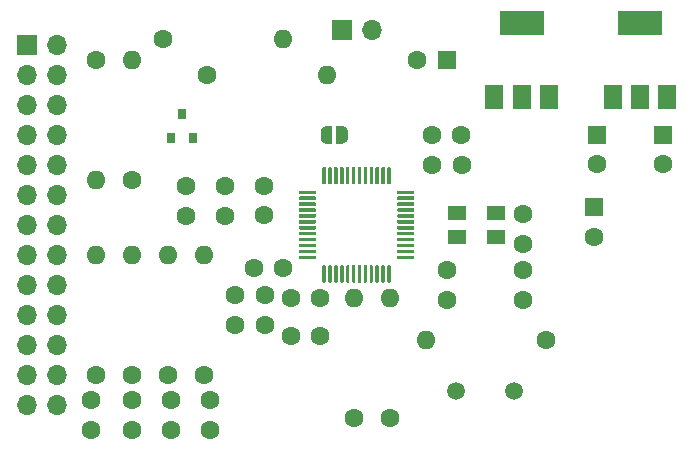
<source format=gbr>
G04 #@! TF.GenerationSoftware,KiCad,Pcbnew,(5.1.6)-1*
G04 #@! TF.CreationDate,2020-12-31T21:45:04+08:00*
G04 #@! TF.ProjectId,vs1053-waveblaster-se,76733130-3533-42d7-9761-7665626c6173,C*
G04 #@! TF.SameCoordinates,Original*
G04 #@! TF.FileFunction,Soldermask,Top*
G04 #@! TF.FilePolarity,Negative*
%FSLAX46Y46*%
G04 Gerber Fmt 4.6, Leading zero omitted, Abs format (unit mm)*
G04 Created by KiCad (PCBNEW (5.1.6)-1) date 2020-12-31 21:45:04*
%MOMM*%
%LPD*%
G01*
G04 APERTURE LIST*
%ADD10O,1.700000X1.700000*%
%ADD11R,1.700000X1.700000*%
%ADD12O,1.600000X1.600000*%
%ADD13C,1.600000*%
%ADD14R,1.600000X1.600000*%
%ADD15C,0.100000*%
%ADD16R,0.800000X0.900000*%
%ADD17R,1.500000X2.000000*%
%ADD18R,3.800000X2.000000*%
%ADD19R,1.600000X1.300000*%
%ADD20C,1.500000*%
G04 APERTURE END LIST*
G04 #@! TO.C,U3*
G36*
G01*
X143375000Y-105230000D02*
X143225000Y-105230000D01*
G75*
G02*
X143150000Y-105155000I0J75000D01*
G01*
X143150000Y-103830000D01*
G75*
G02*
X143225000Y-103755000I75000J0D01*
G01*
X143375000Y-103755000D01*
G75*
G02*
X143450000Y-103830000I0J-75000D01*
G01*
X143450000Y-105155000D01*
G75*
G02*
X143375000Y-105230000I-75000J0D01*
G01*
G37*
G36*
G01*
X143875000Y-105230000D02*
X143725000Y-105230000D01*
G75*
G02*
X143650000Y-105155000I0J75000D01*
G01*
X143650000Y-103830000D01*
G75*
G02*
X143725000Y-103755000I75000J0D01*
G01*
X143875000Y-103755000D01*
G75*
G02*
X143950000Y-103830000I0J-75000D01*
G01*
X143950000Y-105155000D01*
G75*
G02*
X143875000Y-105230000I-75000J0D01*
G01*
G37*
G36*
G01*
X144375000Y-105230000D02*
X144225000Y-105230000D01*
G75*
G02*
X144150000Y-105155000I0J75000D01*
G01*
X144150000Y-103830000D01*
G75*
G02*
X144225000Y-103755000I75000J0D01*
G01*
X144375000Y-103755000D01*
G75*
G02*
X144450000Y-103830000I0J-75000D01*
G01*
X144450000Y-105155000D01*
G75*
G02*
X144375000Y-105230000I-75000J0D01*
G01*
G37*
G36*
G01*
X144875000Y-105230000D02*
X144725000Y-105230000D01*
G75*
G02*
X144650000Y-105155000I0J75000D01*
G01*
X144650000Y-103830000D01*
G75*
G02*
X144725000Y-103755000I75000J0D01*
G01*
X144875000Y-103755000D01*
G75*
G02*
X144950000Y-103830000I0J-75000D01*
G01*
X144950000Y-105155000D01*
G75*
G02*
X144875000Y-105230000I-75000J0D01*
G01*
G37*
G36*
G01*
X145375000Y-105230000D02*
X145225000Y-105230000D01*
G75*
G02*
X145150000Y-105155000I0J75000D01*
G01*
X145150000Y-103830000D01*
G75*
G02*
X145225000Y-103755000I75000J0D01*
G01*
X145375000Y-103755000D01*
G75*
G02*
X145450000Y-103830000I0J-75000D01*
G01*
X145450000Y-105155000D01*
G75*
G02*
X145375000Y-105230000I-75000J0D01*
G01*
G37*
G36*
G01*
X145875000Y-105230000D02*
X145725000Y-105230000D01*
G75*
G02*
X145650000Y-105155000I0J75000D01*
G01*
X145650000Y-103830000D01*
G75*
G02*
X145725000Y-103755000I75000J0D01*
G01*
X145875000Y-103755000D01*
G75*
G02*
X145950000Y-103830000I0J-75000D01*
G01*
X145950000Y-105155000D01*
G75*
G02*
X145875000Y-105230000I-75000J0D01*
G01*
G37*
G36*
G01*
X146375000Y-105230000D02*
X146225000Y-105230000D01*
G75*
G02*
X146150000Y-105155000I0J75000D01*
G01*
X146150000Y-103830000D01*
G75*
G02*
X146225000Y-103755000I75000J0D01*
G01*
X146375000Y-103755000D01*
G75*
G02*
X146450000Y-103830000I0J-75000D01*
G01*
X146450000Y-105155000D01*
G75*
G02*
X146375000Y-105230000I-75000J0D01*
G01*
G37*
G36*
G01*
X146875000Y-105230000D02*
X146725000Y-105230000D01*
G75*
G02*
X146650000Y-105155000I0J75000D01*
G01*
X146650000Y-103830000D01*
G75*
G02*
X146725000Y-103755000I75000J0D01*
G01*
X146875000Y-103755000D01*
G75*
G02*
X146950000Y-103830000I0J-75000D01*
G01*
X146950000Y-105155000D01*
G75*
G02*
X146875000Y-105230000I-75000J0D01*
G01*
G37*
G36*
G01*
X147375000Y-105230000D02*
X147225000Y-105230000D01*
G75*
G02*
X147150000Y-105155000I0J75000D01*
G01*
X147150000Y-103830000D01*
G75*
G02*
X147225000Y-103755000I75000J0D01*
G01*
X147375000Y-103755000D01*
G75*
G02*
X147450000Y-103830000I0J-75000D01*
G01*
X147450000Y-105155000D01*
G75*
G02*
X147375000Y-105230000I-75000J0D01*
G01*
G37*
G36*
G01*
X147875000Y-105230000D02*
X147725000Y-105230000D01*
G75*
G02*
X147650000Y-105155000I0J75000D01*
G01*
X147650000Y-103830000D01*
G75*
G02*
X147725000Y-103755000I75000J0D01*
G01*
X147875000Y-103755000D01*
G75*
G02*
X147950000Y-103830000I0J-75000D01*
G01*
X147950000Y-105155000D01*
G75*
G02*
X147875000Y-105230000I-75000J0D01*
G01*
G37*
G36*
G01*
X148375000Y-105230000D02*
X148225000Y-105230000D01*
G75*
G02*
X148150000Y-105155000I0J75000D01*
G01*
X148150000Y-103830000D01*
G75*
G02*
X148225000Y-103755000I75000J0D01*
G01*
X148375000Y-103755000D01*
G75*
G02*
X148450000Y-103830000I0J-75000D01*
G01*
X148450000Y-105155000D01*
G75*
G02*
X148375000Y-105230000I-75000J0D01*
G01*
G37*
G36*
G01*
X148875000Y-105230000D02*
X148725000Y-105230000D01*
G75*
G02*
X148650000Y-105155000I0J75000D01*
G01*
X148650000Y-103830000D01*
G75*
G02*
X148725000Y-103755000I75000J0D01*
G01*
X148875000Y-103755000D01*
G75*
G02*
X148950000Y-103830000I0J-75000D01*
G01*
X148950000Y-105155000D01*
G75*
G02*
X148875000Y-105230000I-75000J0D01*
G01*
G37*
G36*
G01*
X150875000Y-103230000D02*
X149550000Y-103230000D01*
G75*
G02*
X149475000Y-103155000I0J75000D01*
G01*
X149475000Y-103005000D01*
G75*
G02*
X149550000Y-102930000I75000J0D01*
G01*
X150875000Y-102930000D01*
G75*
G02*
X150950000Y-103005000I0J-75000D01*
G01*
X150950000Y-103155000D01*
G75*
G02*
X150875000Y-103230000I-75000J0D01*
G01*
G37*
G36*
G01*
X150875000Y-102730000D02*
X149550000Y-102730000D01*
G75*
G02*
X149475000Y-102655000I0J75000D01*
G01*
X149475000Y-102505000D01*
G75*
G02*
X149550000Y-102430000I75000J0D01*
G01*
X150875000Y-102430000D01*
G75*
G02*
X150950000Y-102505000I0J-75000D01*
G01*
X150950000Y-102655000D01*
G75*
G02*
X150875000Y-102730000I-75000J0D01*
G01*
G37*
G36*
G01*
X150875000Y-102230000D02*
X149550000Y-102230000D01*
G75*
G02*
X149475000Y-102155000I0J75000D01*
G01*
X149475000Y-102005000D01*
G75*
G02*
X149550000Y-101930000I75000J0D01*
G01*
X150875000Y-101930000D01*
G75*
G02*
X150950000Y-102005000I0J-75000D01*
G01*
X150950000Y-102155000D01*
G75*
G02*
X150875000Y-102230000I-75000J0D01*
G01*
G37*
G36*
G01*
X150875000Y-101730000D02*
X149550000Y-101730000D01*
G75*
G02*
X149475000Y-101655000I0J75000D01*
G01*
X149475000Y-101505000D01*
G75*
G02*
X149550000Y-101430000I75000J0D01*
G01*
X150875000Y-101430000D01*
G75*
G02*
X150950000Y-101505000I0J-75000D01*
G01*
X150950000Y-101655000D01*
G75*
G02*
X150875000Y-101730000I-75000J0D01*
G01*
G37*
G36*
G01*
X150875000Y-101230000D02*
X149550000Y-101230000D01*
G75*
G02*
X149475000Y-101155000I0J75000D01*
G01*
X149475000Y-101005000D01*
G75*
G02*
X149550000Y-100930000I75000J0D01*
G01*
X150875000Y-100930000D01*
G75*
G02*
X150950000Y-101005000I0J-75000D01*
G01*
X150950000Y-101155000D01*
G75*
G02*
X150875000Y-101230000I-75000J0D01*
G01*
G37*
G36*
G01*
X150875000Y-100730000D02*
X149550000Y-100730000D01*
G75*
G02*
X149475000Y-100655000I0J75000D01*
G01*
X149475000Y-100505000D01*
G75*
G02*
X149550000Y-100430000I75000J0D01*
G01*
X150875000Y-100430000D01*
G75*
G02*
X150950000Y-100505000I0J-75000D01*
G01*
X150950000Y-100655000D01*
G75*
G02*
X150875000Y-100730000I-75000J0D01*
G01*
G37*
G36*
G01*
X150875000Y-100230000D02*
X149550000Y-100230000D01*
G75*
G02*
X149475000Y-100155000I0J75000D01*
G01*
X149475000Y-100005000D01*
G75*
G02*
X149550000Y-99930000I75000J0D01*
G01*
X150875000Y-99930000D01*
G75*
G02*
X150950000Y-100005000I0J-75000D01*
G01*
X150950000Y-100155000D01*
G75*
G02*
X150875000Y-100230000I-75000J0D01*
G01*
G37*
G36*
G01*
X150875000Y-99730000D02*
X149550000Y-99730000D01*
G75*
G02*
X149475000Y-99655000I0J75000D01*
G01*
X149475000Y-99505000D01*
G75*
G02*
X149550000Y-99430000I75000J0D01*
G01*
X150875000Y-99430000D01*
G75*
G02*
X150950000Y-99505000I0J-75000D01*
G01*
X150950000Y-99655000D01*
G75*
G02*
X150875000Y-99730000I-75000J0D01*
G01*
G37*
G36*
G01*
X150875000Y-99230000D02*
X149550000Y-99230000D01*
G75*
G02*
X149475000Y-99155000I0J75000D01*
G01*
X149475000Y-99005000D01*
G75*
G02*
X149550000Y-98930000I75000J0D01*
G01*
X150875000Y-98930000D01*
G75*
G02*
X150950000Y-99005000I0J-75000D01*
G01*
X150950000Y-99155000D01*
G75*
G02*
X150875000Y-99230000I-75000J0D01*
G01*
G37*
G36*
G01*
X150875000Y-98730000D02*
X149550000Y-98730000D01*
G75*
G02*
X149475000Y-98655000I0J75000D01*
G01*
X149475000Y-98505000D01*
G75*
G02*
X149550000Y-98430000I75000J0D01*
G01*
X150875000Y-98430000D01*
G75*
G02*
X150950000Y-98505000I0J-75000D01*
G01*
X150950000Y-98655000D01*
G75*
G02*
X150875000Y-98730000I-75000J0D01*
G01*
G37*
G36*
G01*
X150875000Y-98230000D02*
X149550000Y-98230000D01*
G75*
G02*
X149475000Y-98155000I0J75000D01*
G01*
X149475000Y-98005000D01*
G75*
G02*
X149550000Y-97930000I75000J0D01*
G01*
X150875000Y-97930000D01*
G75*
G02*
X150950000Y-98005000I0J-75000D01*
G01*
X150950000Y-98155000D01*
G75*
G02*
X150875000Y-98230000I-75000J0D01*
G01*
G37*
G36*
G01*
X150875000Y-97730000D02*
X149550000Y-97730000D01*
G75*
G02*
X149475000Y-97655000I0J75000D01*
G01*
X149475000Y-97505000D01*
G75*
G02*
X149550000Y-97430000I75000J0D01*
G01*
X150875000Y-97430000D01*
G75*
G02*
X150950000Y-97505000I0J-75000D01*
G01*
X150950000Y-97655000D01*
G75*
G02*
X150875000Y-97730000I-75000J0D01*
G01*
G37*
G36*
G01*
X148875000Y-96905000D02*
X148725000Y-96905000D01*
G75*
G02*
X148650000Y-96830000I0J75000D01*
G01*
X148650000Y-95505000D01*
G75*
G02*
X148725000Y-95430000I75000J0D01*
G01*
X148875000Y-95430000D01*
G75*
G02*
X148950000Y-95505000I0J-75000D01*
G01*
X148950000Y-96830000D01*
G75*
G02*
X148875000Y-96905000I-75000J0D01*
G01*
G37*
G36*
G01*
X148375000Y-96905000D02*
X148225000Y-96905000D01*
G75*
G02*
X148150000Y-96830000I0J75000D01*
G01*
X148150000Y-95505000D01*
G75*
G02*
X148225000Y-95430000I75000J0D01*
G01*
X148375000Y-95430000D01*
G75*
G02*
X148450000Y-95505000I0J-75000D01*
G01*
X148450000Y-96830000D01*
G75*
G02*
X148375000Y-96905000I-75000J0D01*
G01*
G37*
G36*
G01*
X147875000Y-96905000D02*
X147725000Y-96905000D01*
G75*
G02*
X147650000Y-96830000I0J75000D01*
G01*
X147650000Y-95505000D01*
G75*
G02*
X147725000Y-95430000I75000J0D01*
G01*
X147875000Y-95430000D01*
G75*
G02*
X147950000Y-95505000I0J-75000D01*
G01*
X147950000Y-96830000D01*
G75*
G02*
X147875000Y-96905000I-75000J0D01*
G01*
G37*
G36*
G01*
X147375000Y-96905000D02*
X147225000Y-96905000D01*
G75*
G02*
X147150000Y-96830000I0J75000D01*
G01*
X147150000Y-95505000D01*
G75*
G02*
X147225000Y-95430000I75000J0D01*
G01*
X147375000Y-95430000D01*
G75*
G02*
X147450000Y-95505000I0J-75000D01*
G01*
X147450000Y-96830000D01*
G75*
G02*
X147375000Y-96905000I-75000J0D01*
G01*
G37*
G36*
G01*
X146875000Y-96905000D02*
X146725000Y-96905000D01*
G75*
G02*
X146650000Y-96830000I0J75000D01*
G01*
X146650000Y-95505000D01*
G75*
G02*
X146725000Y-95430000I75000J0D01*
G01*
X146875000Y-95430000D01*
G75*
G02*
X146950000Y-95505000I0J-75000D01*
G01*
X146950000Y-96830000D01*
G75*
G02*
X146875000Y-96905000I-75000J0D01*
G01*
G37*
G36*
G01*
X146375000Y-96905000D02*
X146225000Y-96905000D01*
G75*
G02*
X146150000Y-96830000I0J75000D01*
G01*
X146150000Y-95505000D01*
G75*
G02*
X146225000Y-95430000I75000J0D01*
G01*
X146375000Y-95430000D01*
G75*
G02*
X146450000Y-95505000I0J-75000D01*
G01*
X146450000Y-96830000D01*
G75*
G02*
X146375000Y-96905000I-75000J0D01*
G01*
G37*
G36*
G01*
X145875000Y-96905000D02*
X145725000Y-96905000D01*
G75*
G02*
X145650000Y-96830000I0J75000D01*
G01*
X145650000Y-95505000D01*
G75*
G02*
X145725000Y-95430000I75000J0D01*
G01*
X145875000Y-95430000D01*
G75*
G02*
X145950000Y-95505000I0J-75000D01*
G01*
X145950000Y-96830000D01*
G75*
G02*
X145875000Y-96905000I-75000J0D01*
G01*
G37*
G36*
G01*
X145375000Y-96905000D02*
X145225000Y-96905000D01*
G75*
G02*
X145150000Y-96830000I0J75000D01*
G01*
X145150000Y-95505000D01*
G75*
G02*
X145225000Y-95430000I75000J0D01*
G01*
X145375000Y-95430000D01*
G75*
G02*
X145450000Y-95505000I0J-75000D01*
G01*
X145450000Y-96830000D01*
G75*
G02*
X145375000Y-96905000I-75000J0D01*
G01*
G37*
G36*
G01*
X144875000Y-96905000D02*
X144725000Y-96905000D01*
G75*
G02*
X144650000Y-96830000I0J75000D01*
G01*
X144650000Y-95505000D01*
G75*
G02*
X144725000Y-95430000I75000J0D01*
G01*
X144875000Y-95430000D01*
G75*
G02*
X144950000Y-95505000I0J-75000D01*
G01*
X144950000Y-96830000D01*
G75*
G02*
X144875000Y-96905000I-75000J0D01*
G01*
G37*
G36*
G01*
X144375000Y-96905000D02*
X144225000Y-96905000D01*
G75*
G02*
X144150000Y-96830000I0J75000D01*
G01*
X144150000Y-95505000D01*
G75*
G02*
X144225000Y-95430000I75000J0D01*
G01*
X144375000Y-95430000D01*
G75*
G02*
X144450000Y-95505000I0J-75000D01*
G01*
X144450000Y-96830000D01*
G75*
G02*
X144375000Y-96905000I-75000J0D01*
G01*
G37*
G36*
G01*
X143875000Y-96905000D02*
X143725000Y-96905000D01*
G75*
G02*
X143650000Y-96830000I0J75000D01*
G01*
X143650000Y-95505000D01*
G75*
G02*
X143725000Y-95430000I75000J0D01*
G01*
X143875000Y-95430000D01*
G75*
G02*
X143950000Y-95505000I0J-75000D01*
G01*
X143950000Y-96830000D01*
G75*
G02*
X143875000Y-96905000I-75000J0D01*
G01*
G37*
G36*
G01*
X143375000Y-96905000D02*
X143225000Y-96905000D01*
G75*
G02*
X143150000Y-96830000I0J75000D01*
G01*
X143150000Y-95505000D01*
G75*
G02*
X143225000Y-95430000I75000J0D01*
G01*
X143375000Y-95430000D01*
G75*
G02*
X143450000Y-95505000I0J-75000D01*
G01*
X143450000Y-96830000D01*
G75*
G02*
X143375000Y-96905000I-75000J0D01*
G01*
G37*
G36*
G01*
X142550000Y-97730000D02*
X141225000Y-97730000D01*
G75*
G02*
X141150000Y-97655000I0J75000D01*
G01*
X141150000Y-97505000D01*
G75*
G02*
X141225000Y-97430000I75000J0D01*
G01*
X142550000Y-97430000D01*
G75*
G02*
X142625000Y-97505000I0J-75000D01*
G01*
X142625000Y-97655000D01*
G75*
G02*
X142550000Y-97730000I-75000J0D01*
G01*
G37*
G36*
G01*
X142550000Y-98230000D02*
X141225000Y-98230000D01*
G75*
G02*
X141150000Y-98155000I0J75000D01*
G01*
X141150000Y-98005000D01*
G75*
G02*
X141225000Y-97930000I75000J0D01*
G01*
X142550000Y-97930000D01*
G75*
G02*
X142625000Y-98005000I0J-75000D01*
G01*
X142625000Y-98155000D01*
G75*
G02*
X142550000Y-98230000I-75000J0D01*
G01*
G37*
G36*
G01*
X142550000Y-98730000D02*
X141225000Y-98730000D01*
G75*
G02*
X141150000Y-98655000I0J75000D01*
G01*
X141150000Y-98505000D01*
G75*
G02*
X141225000Y-98430000I75000J0D01*
G01*
X142550000Y-98430000D01*
G75*
G02*
X142625000Y-98505000I0J-75000D01*
G01*
X142625000Y-98655000D01*
G75*
G02*
X142550000Y-98730000I-75000J0D01*
G01*
G37*
G36*
G01*
X142550000Y-99230000D02*
X141225000Y-99230000D01*
G75*
G02*
X141150000Y-99155000I0J75000D01*
G01*
X141150000Y-99005000D01*
G75*
G02*
X141225000Y-98930000I75000J0D01*
G01*
X142550000Y-98930000D01*
G75*
G02*
X142625000Y-99005000I0J-75000D01*
G01*
X142625000Y-99155000D01*
G75*
G02*
X142550000Y-99230000I-75000J0D01*
G01*
G37*
G36*
G01*
X142550000Y-99730000D02*
X141225000Y-99730000D01*
G75*
G02*
X141150000Y-99655000I0J75000D01*
G01*
X141150000Y-99505000D01*
G75*
G02*
X141225000Y-99430000I75000J0D01*
G01*
X142550000Y-99430000D01*
G75*
G02*
X142625000Y-99505000I0J-75000D01*
G01*
X142625000Y-99655000D01*
G75*
G02*
X142550000Y-99730000I-75000J0D01*
G01*
G37*
G36*
G01*
X142550000Y-100230000D02*
X141225000Y-100230000D01*
G75*
G02*
X141150000Y-100155000I0J75000D01*
G01*
X141150000Y-100005000D01*
G75*
G02*
X141225000Y-99930000I75000J0D01*
G01*
X142550000Y-99930000D01*
G75*
G02*
X142625000Y-100005000I0J-75000D01*
G01*
X142625000Y-100155000D01*
G75*
G02*
X142550000Y-100230000I-75000J0D01*
G01*
G37*
G36*
G01*
X142550000Y-100730000D02*
X141225000Y-100730000D01*
G75*
G02*
X141150000Y-100655000I0J75000D01*
G01*
X141150000Y-100505000D01*
G75*
G02*
X141225000Y-100430000I75000J0D01*
G01*
X142550000Y-100430000D01*
G75*
G02*
X142625000Y-100505000I0J-75000D01*
G01*
X142625000Y-100655000D01*
G75*
G02*
X142550000Y-100730000I-75000J0D01*
G01*
G37*
G36*
G01*
X142550000Y-101230000D02*
X141225000Y-101230000D01*
G75*
G02*
X141150000Y-101155000I0J75000D01*
G01*
X141150000Y-101005000D01*
G75*
G02*
X141225000Y-100930000I75000J0D01*
G01*
X142550000Y-100930000D01*
G75*
G02*
X142625000Y-101005000I0J-75000D01*
G01*
X142625000Y-101155000D01*
G75*
G02*
X142550000Y-101230000I-75000J0D01*
G01*
G37*
G36*
G01*
X142550000Y-101730000D02*
X141225000Y-101730000D01*
G75*
G02*
X141150000Y-101655000I0J75000D01*
G01*
X141150000Y-101505000D01*
G75*
G02*
X141225000Y-101430000I75000J0D01*
G01*
X142550000Y-101430000D01*
G75*
G02*
X142625000Y-101505000I0J-75000D01*
G01*
X142625000Y-101655000D01*
G75*
G02*
X142550000Y-101730000I-75000J0D01*
G01*
G37*
G36*
G01*
X142550000Y-102230000D02*
X141225000Y-102230000D01*
G75*
G02*
X141150000Y-102155000I0J75000D01*
G01*
X141150000Y-102005000D01*
G75*
G02*
X141225000Y-101930000I75000J0D01*
G01*
X142550000Y-101930000D01*
G75*
G02*
X142625000Y-102005000I0J-75000D01*
G01*
X142625000Y-102155000D01*
G75*
G02*
X142550000Y-102230000I-75000J0D01*
G01*
G37*
G36*
G01*
X142550000Y-102730000D02*
X141225000Y-102730000D01*
G75*
G02*
X141150000Y-102655000I0J75000D01*
G01*
X141150000Y-102505000D01*
G75*
G02*
X141225000Y-102430000I75000J0D01*
G01*
X142550000Y-102430000D01*
G75*
G02*
X142625000Y-102505000I0J-75000D01*
G01*
X142625000Y-102655000D01*
G75*
G02*
X142550000Y-102730000I-75000J0D01*
G01*
G37*
G36*
G01*
X142550000Y-103230000D02*
X141225000Y-103230000D01*
G75*
G02*
X141150000Y-103155000I0J75000D01*
G01*
X141150000Y-103005000D01*
G75*
G02*
X141225000Y-102930000I75000J0D01*
G01*
X142550000Y-102930000D01*
G75*
G02*
X142625000Y-103005000I0J-75000D01*
G01*
X142625000Y-103155000D01*
G75*
G02*
X142550000Y-103230000I-75000J0D01*
G01*
G37*
G04 #@! TD*
D10*
G04 #@! TO.C,CON1*
X120650000Y-115570000D03*
X118110000Y-115570000D03*
X120650000Y-113030000D03*
X118110000Y-113030000D03*
X120650000Y-110490000D03*
X118110000Y-110490000D03*
X120650000Y-107950000D03*
X118110000Y-107950000D03*
X120650000Y-105410000D03*
X118110000Y-105410000D03*
X120650000Y-102870000D03*
X118110000Y-102870000D03*
X120650000Y-100330000D03*
X118110000Y-100330000D03*
X120650000Y-97790000D03*
X118110000Y-97790000D03*
X120650000Y-95250000D03*
X118110000Y-95250000D03*
X120650000Y-92710000D03*
X118110000Y-92710000D03*
X120650000Y-90170000D03*
X118110000Y-90170000D03*
X120650000Y-87630000D03*
X118110000Y-87630000D03*
X120650000Y-85090000D03*
D11*
X118110000Y-85090000D03*
G04 #@! TD*
D12*
G04 #@! TO.C,R7*
X123952000Y-102870000D03*
D13*
X123952000Y-113030000D03*
G04 #@! TD*
G04 #@! TO.C,C1*
X166370000Y-95210000D03*
D14*
X166370000Y-92710000D03*
G04 #@! TD*
G04 #@! TO.C,C2*
X166116000Y-98846000D03*
D13*
X166116000Y-101346000D03*
G04 #@! TD*
G04 #@! TO.C,C3*
X151170000Y-86360000D03*
D14*
X153670000Y-86360000D03*
G04 #@! TD*
G04 #@! TO.C,C4*
X171958000Y-92710000D03*
D13*
X171958000Y-95210000D03*
G04 #@! TD*
G04 #@! TO.C,C5*
X160147000Y-99441000D03*
X160147000Y-101941000D03*
G04 #@! TD*
G04 #@! TO.C,C6*
X142962000Y-109728000D03*
X140462000Y-109728000D03*
G04 #@! TD*
G04 #@! TO.C,C7*
X142962000Y-106553000D03*
X140462000Y-106553000D03*
G04 #@! TD*
G04 #@! TO.C,C8*
X138303000Y-108799000D03*
X138303000Y-106299000D03*
G04 #@! TD*
G04 #@! TO.C,C9*
X135763000Y-106299000D03*
X135763000Y-108799000D03*
G04 #@! TD*
G04 #@! TO.C,C10*
X152400000Y-92710000D03*
X154900000Y-92710000D03*
G04 #@! TD*
G04 #@! TO.C,C11*
X152440000Y-95250000D03*
X154940000Y-95250000D03*
G04 #@! TD*
G04 #@! TO.C,C12*
X131572000Y-99568000D03*
X131572000Y-97068000D03*
G04 #@! TD*
G04 #@! TO.C,C13*
X134874000Y-99568000D03*
X134874000Y-97068000D03*
G04 #@! TD*
G04 #@! TO.C,C14*
X138176000Y-97028000D03*
X138176000Y-99528000D03*
G04 #@! TD*
G04 #@! TO.C,C15*
X139827000Y-104013000D03*
X137327000Y-104013000D03*
G04 #@! TD*
G04 #@! TO.C,C16*
X133604000Y-117689000D03*
X133604000Y-115189000D03*
G04 #@! TD*
G04 #@! TO.C,C17*
X127000000Y-117689000D03*
X127000000Y-115189000D03*
G04 #@! TD*
G04 #@! TO.C,C18*
X123571000Y-115189000D03*
X123571000Y-117689000D03*
G04 #@! TD*
G04 #@! TO.C,C19*
X130302000Y-115189000D03*
X130302000Y-117689000D03*
G04 #@! TD*
G04 #@! TO.C,C20*
X153670000Y-104180000D03*
X153670000Y-106680000D03*
G04 #@! TD*
G04 #@! TO.C,C21*
X160147000Y-104180000D03*
X160147000Y-106680000D03*
G04 #@! TD*
D15*
G04 #@! TO.C,JP1*
G36*
X143510000Y-93459398D02*
G01*
X143485466Y-93459398D01*
X143436635Y-93454588D01*
X143388510Y-93445016D01*
X143341555Y-93430772D01*
X143296222Y-93411995D01*
X143252949Y-93388864D01*
X143212150Y-93361604D01*
X143174221Y-93330476D01*
X143139524Y-93295779D01*
X143108396Y-93257850D01*
X143081136Y-93217051D01*
X143058005Y-93173778D01*
X143039228Y-93128445D01*
X143024984Y-93081490D01*
X143015412Y-93033365D01*
X143010602Y-92984534D01*
X143010602Y-92960000D01*
X143010000Y-92960000D01*
X143010000Y-92460000D01*
X143010602Y-92460000D01*
X143010602Y-92435466D01*
X143015412Y-92386635D01*
X143024984Y-92338510D01*
X143039228Y-92291555D01*
X143058005Y-92246222D01*
X143081136Y-92202949D01*
X143108396Y-92162150D01*
X143139524Y-92124221D01*
X143174221Y-92089524D01*
X143212150Y-92058396D01*
X143252949Y-92031136D01*
X143296222Y-92008005D01*
X143341555Y-91989228D01*
X143388510Y-91974984D01*
X143436635Y-91965412D01*
X143485466Y-91960602D01*
X143510000Y-91960602D01*
X143510000Y-91960000D01*
X144010000Y-91960000D01*
X144010000Y-93460000D01*
X143510000Y-93460000D01*
X143510000Y-93459398D01*
G37*
G36*
X144310000Y-91960000D02*
G01*
X144810000Y-91960000D01*
X144810000Y-91960602D01*
X144834534Y-91960602D01*
X144883365Y-91965412D01*
X144931490Y-91974984D01*
X144978445Y-91989228D01*
X145023778Y-92008005D01*
X145067051Y-92031136D01*
X145107850Y-92058396D01*
X145145779Y-92089524D01*
X145180476Y-92124221D01*
X145211604Y-92162150D01*
X145238864Y-92202949D01*
X145261995Y-92246222D01*
X145280772Y-92291555D01*
X145295016Y-92338510D01*
X145304588Y-92386635D01*
X145309398Y-92435466D01*
X145309398Y-92460000D01*
X145310000Y-92460000D01*
X145310000Y-92960000D01*
X145309398Y-92960000D01*
X145309398Y-92984534D01*
X145304588Y-93033365D01*
X145295016Y-93081490D01*
X145280772Y-93128445D01*
X145261995Y-93173778D01*
X145238864Y-93217051D01*
X145211604Y-93257850D01*
X145180476Y-93295779D01*
X145145779Y-93330476D01*
X145107850Y-93361604D01*
X145067051Y-93388864D01*
X145023778Y-93411995D01*
X144978445Y-93430772D01*
X144931490Y-93445016D01*
X144883365Y-93454588D01*
X144834534Y-93459398D01*
X144810000Y-93459398D01*
X144810000Y-93460000D01*
X144310000Y-93460000D01*
X144310000Y-91960000D01*
G37*
G04 #@! TD*
D16*
G04 #@! TO.C,Q1*
X130307000Y-92964000D03*
X132207000Y-92964000D03*
X131257000Y-90964000D03*
G04 #@! TD*
D12*
G04 #@! TO.C,R1*
X127000000Y-86360000D03*
D13*
X127000000Y-96520000D03*
G04 #@! TD*
G04 #@! TO.C,R2*
X130048000Y-113030000D03*
D12*
X130048000Y-102870000D03*
G04 #@! TD*
G04 #@! TO.C,R3*
X148844000Y-106553000D03*
D13*
X148844000Y-116713000D03*
G04 #@! TD*
G04 #@! TO.C,R4*
X129667000Y-84582000D03*
D12*
X139827000Y-84582000D03*
G04 #@! TD*
D13*
G04 #@! TO.C,R5*
X133096000Y-113030000D03*
D12*
X133096000Y-102870000D03*
G04 #@! TD*
G04 #@! TO.C,R6*
X127000000Y-102870000D03*
D13*
X127000000Y-113030000D03*
G04 #@! TD*
G04 #@! TO.C,R8*
X145796000Y-116713000D03*
D12*
X145796000Y-106553000D03*
G04 #@! TD*
D13*
G04 #@! TO.C,R9*
X133350000Y-87630000D03*
D12*
X143510000Y-87630000D03*
G04 #@! TD*
G04 #@! TO.C,R10*
X123952000Y-96520000D03*
D13*
X123952000Y-86360000D03*
G04 #@! TD*
G04 #@! TO.C,R11*
X162052000Y-110109000D03*
D12*
X151892000Y-110109000D03*
G04 #@! TD*
D11*
G04 #@! TO.C,TP1*
X144780000Y-83820000D03*
D10*
X147320000Y-83820000D03*
G04 #@! TD*
D17*
G04 #@! TO.C,U1*
X157720000Y-89510000D03*
X162320000Y-89510000D03*
X160020000Y-89510000D03*
D18*
X160020000Y-83210000D03*
G04 #@! TD*
G04 #@! TO.C,U2*
X170053000Y-83210000D03*
D17*
X170053000Y-89510000D03*
X172353000Y-89510000D03*
X167753000Y-89510000D03*
G04 #@! TD*
D19*
G04 #@! TO.C,X1*
X157860000Y-99330000D03*
X154560000Y-99330000D03*
X154560000Y-101330000D03*
X157860000Y-101330000D03*
G04 #@! TD*
D20*
G04 #@! TO.C,Y1*
X154505000Y-114427000D03*
X159385000Y-114427000D03*
G04 #@! TD*
M02*

</source>
